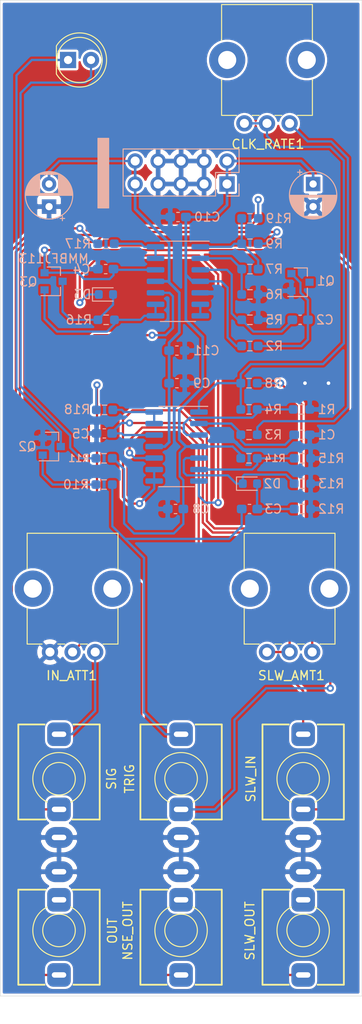
<source format=kicad_pcb>
(kicad_pcb (version 20171130) (host pcbnew "(5.1.10)-1")
  (layers (0 F.Cu signal) (31 B.Cu signal) (34 B.Paste user) (35 F.Paste user) (36 B.SilkS user) (37 F.SilkS user) (38 B.Mask user) (39 F.Mask user) (44 Edge.Cuts user))
  (net 0 "")
  (net 1 GND)
  (net 2 "Net-(C1-Pad1)")
  (net 3 "Net-(C2-Pad2)")
  (net 4 "Net-(C2-Pad1)")
  (net 5 "Net-(C3-Pad2)")
  (net 6 "Net-(C3-Pad1)")
  (net 7 "Net-(C4-Pad1)")
  (net 8 "Net-(C5-Pad1)")
  (net 9 +12V)
  (net 10 -12V)
  (net 11 "Net-(CLK_RATE1-Pad1)")
  (net 12 "Net-(D1-Pad2)")
  (net 13 "Net-(D1-Pad1)")
  (net 14 "Net-(D2-Pad1)")
  (net 15 "Net-(D3-Pad2)")
  (net 16 "Net-(D3-Pad1)")
  (net 17 "Net-(IN_ATT1-Pad2)")
  (net 18 "Net-(J1-PadTN)")
  (net 19 NOISE)
  (net 20 "Net-(J3-PadT)")
  (net 21 "Net-(J4-PadTN)")
  (net 22 "Net-(J4-PadT)")
  (net 23 "Net-(J5-PadTN)")
  (net 24 "Net-(J5-PadT)")
  (net 25 "Net-(J7-PadTN)")
  (net 26 "Net-(J7-PadT)")
  (net 27 "Net-(Q1-Pad3)")
  (net 28 "Net-(Q2-Pad1)")
  (net 29 "Net-(Q3-Pad1)")
  (net 30 "Net-(R1-Pad1)")
  (net 31 "Net-(R6-Pad1)")
  (net 32 "Net-(R19-Pad2)")
  (net 33 "Net-(R14-Pad1)")
  (net 34 "Net-(R17-Pad2)")
  (net 35 "Net-(R18-Pad2)")
  (net 36 "Net-(SLW_AMT1-Pad1)")
  (net 37 "Net-(U2-Pad6)")
  (net 38 "Net-(IN_ATT1-Pad1)")
  (net 39 "Net-(CLK_RATE1-Pad2)")
  (module Package_SO:SOIC-14_3.9x8.7mm_P1.27mm (layer B.Cu) (at 49.65 66.05 180)
    (fp_text reference U2)
    (fp_text value TL074)
    (pad 14 smd roundrect (at 2.475 3.81 180) (size 1.95 0.6) (layers B.Cu B.Paste B.Mask) (net 34 "Net-(R17-Pad2)"))
    (pad 13 smd roundrect (at 2.475 2.54 180) (size 1.95 0.6) (layers B.Cu B.Paste B.Mask) (net 34 "Net-(R17-Pad2)"))
    (pad 12 smd roundrect (at 2.475 1.27 180) (size 1.95 0.6) (layers B.Cu B.Paste B.Mask) (net 7 "Net-(C4-Pad1)"))
    (pad 11 smd roundrect (at 2.475 0 180) (size 1.95 0.6) (layers B.Cu B.Paste B.Mask) (net 10 -12V))
    (pad 10 smd roundrect (at 2.475 -1.27 180) (size 1.95 0.6) (layers B.Cu B.Paste B.Mask) (net 17 "Net-(IN_ATT1-Pad2)"))
    (pad 9 smd roundrect (at 2.475 -2.54 180) (size 1.95 0.6) (layers B.Cu B.Paste B.Mask) (net 29 "Net-(Q3-Pad1)"))
    (pad 8 smd roundrect (at 2.475 -3.81 180) (size 1.95 0.6) (layers B.Cu B.Paste B.Mask) (net 29 "Net-(Q3-Pad1)"))
    (pad 7 smd roundrect (at -2.475 -3.81 180) (size 1.95 0.6) (layers B.Cu B.Paste B.Mask) (net 37 "Net-(U2-Pad6)"))
    (pad 6 smd roundrect (at -2.475 -2.54 180) (size 1.95 0.6) (layers B.Cu B.Paste B.Mask) (net 37 "Net-(U2-Pad6)"))
    (pad 5 smd roundrect (at -2.475 -1.27 180) (size 1.95 0.6) (layers B.Cu B.Paste B.Mask) (net 1 GND))
    (pad 4 smd roundrect (at -2.475 0 180) (size 1.95 0.6) (layers B.Cu B.Paste B.Mask) (net 9 +12V))
    (pad 3 smd roundrect (at -2.475 1.27 180) (size 1.95 0.6) (layers B.Cu B.Paste B.Mask) (net 4 "Net-(C2-Pad1)"))
    (pad 2 smd roundrect (at -2.475 2.54 180) (size 1.95 0.6) (layers B.Cu B.Paste B.Mask) (net 31 "Net-(R6-Pad1)"))
    (pad 1 smd roundrect (at -2.475 3.81 180) (size 1.95 0.6) (layers B.Cu B.Paste B.Mask) (net 32 "Net-(R19-Pad2)"))
  )
  (module Package_SO:SOIC-14_3.9x8.7mm_P1.27mm (layer B.Cu) (at 49.5 84.3 180)
    (fp_text reference U1)
    (fp_text value TL074)
    (pad 14 smd roundrect (at 2.475 3.81 180) (size 1.95 0.6) (layers B.Cu B.Paste B.Mask) (net 35 "Net-(R18-Pad2)"))
    (pad 13 smd roundrect (at 2.475 2.54 180) (size 1.95 0.6) (layers B.Cu B.Paste B.Mask) (net 35 "Net-(R18-Pad2)"))
    (pad 12 smd roundrect (at 2.475 1.27 180) (size 1.95 0.6) (layers B.Cu B.Paste B.Mask) (net 8 "Net-(C5-Pad1)"))
    (pad 11 smd roundrect (at 2.475 0 180) (size 1.95 0.6) (layers B.Cu B.Paste B.Mask) (net 10 -12V))
    (pad 10 smd roundrect (at 2.475 -1.27 180) (size 1.95 0.6) (layers B.Cu B.Paste B.Mask) (net 20 "Net-(J3-PadT)"))
    (pad 9 smd roundrect (at 2.475 -2.54 180) (size 1.95 0.6) (layers B.Cu B.Paste B.Mask) (net 36 "Net-(SLW_AMT1-Pad1)"))
    (pad 8 smd roundrect (at 2.475 -3.81 180) (size 1.95 0.6) (layers B.Cu B.Paste B.Mask) (net 36 "Net-(SLW_AMT1-Pad1)"))
    (pad 7 smd roundrect (at -2.475 -3.81 180) (size 1.95 0.6) (layers B.Cu B.Paste B.Mask) (net 16 "Net-(D3-Pad1)"))
    (pad 6 smd roundrect (at -2.475 -2.54 180) (size 1.95 0.6) (layers B.Cu B.Paste B.Mask) (net 33 "Net-(R14-Pad1)"))
    (pad 5 smd roundrect (at -2.475 -1.27 180) (size 1.95 0.6) (layers B.Cu B.Paste B.Mask) (net 14 "Net-(D2-Pad1)"))
    (pad 4 smd roundrect (at -2.475 0 180) (size 1.95 0.6) (layers B.Cu B.Paste B.Mask) (net 9 +12V))
    (pad 3 smd roundrect (at -2.475 1.27 180) (size 1.95 0.6) (layers B.Cu B.Paste B.Mask) (net 30 "Net-(R1-Pad1)"))
    (pad 2 smd roundrect (at -2.475 2.54 180) (size 1.95 0.6) (layers B.Cu B.Paste B.Mask) (net 2 "Net-(C1-Pad1)"))
    (pad 1 smd roundrect (at -2.475 3.81 180) (size 1.95 0.6) (layers B.Cu B.Paste B.Mask) (net 39 "Net-(CLK_RATE1-Pad2)"))
  )
  (module Potentiometer_THT:Potentiometer_Alps_RK09K_Single_Vertical (layer F.Cu) (at 64.5 107 90)
    (fp_text reference SLW_AMT1)
    (fp_text value 100k)
    (fp_text user %R (at -2.6 -2.3) (layer F.SilkS))
    (pad "" np_thru_hole circle (at 7 1.9 90) (size 4 4) (drill 2) (layers *.Cu *.Mask))
    (pad "" np_thru_hole circle (at 7 -6.9 90) (size 4 4) (drill 2) (layers *.Cu *.Mask))
    (pad 1 thru_hole circle (at 0 0 90) (size 1.8 1.8) (drill 1) (layers *.Cu *.Mask) (net 36 "Net-(SLW_AMT1-Pad1)"))
    (pad 2 thru_hole circle (at 0 -2.5 90) (size 1.8 1.8) (drill 1) (layers *.Cu *.Mask) (net 8 "Net-(C5-Pad1)"))
    (pad 3 thru_hole circle (at 0 -5 90) (size 1.8 1.8) (drill 1) (layers *.Cu *.Mask) (net 8 "Net-(C5-Pad1)"))
  )
  (module Resistor_SMD:R_0603_1608Metric_Pad0.98x0.95mm_HandSolder (layer B.Cu) (at 57.6125 59.1 180)
    (fp_text reference R19 (at -3.1875 0) (layer B.SilkS) (effects (justify mirror)))
    (fp_text value 1k)
    (pad 2 smd roundrect (at 0.9125 0 180) (size 0.975 0.95) (layers B.Cu B.Paste B.Mask) (net 32 "Net-(R19-Pad2)"))
    (pad 1 smd roundrect (at -0.9125 0 180) (size 0.975 0.95) (layers B.Cu B.Paste B.Mask) (net 26 "Net-(J7-PadT)"))
  )
  (module Resistor_SMD:R_0603_1608Metric_Pad0.98x0.95mm_HandSolder (layer B.Cu) (at 41.5375 80.25)
    (fp_text reference R18 (at -3.0375 -0.05) (layer B.SilkS) (effects (justify mirror)))
    (fp_text value 1k)
    (pad 2 smd roundrect (at 0.9125 0) (size 0.975 0.95) (layers B.Cu B.Paste B.Mask) (net 35 "Net-(R18-Pad2)"))
    (pad 1 smd roundrect (at -0.9125 0) (size 0.975 0.95) (layers B.Cu B.Paste B.Mask) (net 24 "Net-(J5-PadT)"))
  )
  (module Resistor_SMD:R_0603_1608Metric_Pad0.98x0.95mm_HandSolder (layer B.Cu) (at 41.7 61.9)
    (fp_text reference R17 (at -3.1 0) (layer B.SilkS) (effects (justify mirror)))
    (fp_text value 1k)
    (pad 2 smd roundrect (at 0.9125 0) (size 0.975 0.95) (layers B.Cu B.Paste B.Mask) (net 34 "Net-(R17-Pad2)"))
    (pad 1 smd roundrect (at -0.9125 0) (size 0.975 0.95) (layers B.Cu B.Paste B.Mask) (net 22 "Net-(J4-PadT)"))
  )
  (module Resistor_SMD:R_0603_1608Metric_Pad0.98x0.95mm_HandSolder (layer B.Cu) (at 41.7125 70.3)
    (fp_text reference R16 (at -3.0125 0) (layer B.SilkS) (effects (justify mirror)))
    (fp_text value 1M)
    (pad 2 smd roundrect (at 0.9125 0) (size 0.975 0.95) (layers B.Cu B.Paste B.Mask) (net 29 "Net-(Q3-Pad1)"))
    (pad 1 smd roundrect (at -0.9125 0) (size 0.975 0.95) (layers B.Cu B.Paste B.Mask) (net 15 "Net-(D3-Pad2)"))
  )
  (module Resistor_SMD:R_0603_1608Metric_Pad0.98x0.95mm_HandSolder (layer B.Cu) (at 63.4125 85.6 180)
    (fp_text reference R15 (at -3.1875 0) (layer B.SilkS) (effects (justify mirror)))
    (fp_text value 33k)
    (pad 2 smd roundrect (at 0.9125 0 180) (size 0.975 0.95) (layers B.Cu B.Paste B.Mask) (net 33 "Net-(R14-Pad1)"))
    (pad 1 smd roundrect (at -0.9125 0 180) (size 0.975 0.95) (layers B.Cu B.Paste B.Mask) (net 1 GND))
  )
  (module Resistor_SMD:R_0603_1608Metric_Pad0.98x0.95mm_HandSolder (layer B.Cu) (at 57.5125 85.6 180)
    (fp_text reference R14 (at -2.8875 0) (layer B.SilkS) (effects (font (size 0.8 0.8)) (justify mirror)))
    (fp_text value 100k)
    (pad 2 smd roundrect (at 0.9125 0 180) (size 0.975 0.95) (layers B.Cu B.Paste B.Mask) (net 9 +12V))
    (pad 1 smd roundrect (at -0.9125 0 180) (size 0.975 0.95) (layers B.Cu B.Paste B.Mask) (net 33 "Net-(R14-Pad1)"))
  )
  (module Resistor_SMD:R_0603_1608Metric_Pad0.98x0.95mm_HandSolder (layer B.Cu) (at 63.4125 88.4)
    (fp_text reference R13 (at 3.1875 0) (layer B.SilkS) (effects (justify mirror)))
    (fp_text value 100k)
    (pad 2 smd roundrect (at 0.9125 0) (size 0.975 0.95) (layers B.Cu B.Paste B.Mask) (net 1 GND))
    (pad 1 smd roundrect (at -0.9125 0) (size 0.975 0.95) (layers B.Cu B.Paste B.Mask) (net 14 "Net-(D2-Pad1)"))
  )
  (module Resistor_SMD:R_0603_1608Metric_Pad0.98x0.95mm_HandSolder (layer B.Cu) (at 63.4125 91.2)
    (fp_text reference R12 (at 3.1875 0) (layer B.SilkS) (effects (justify mirror)))
    (fp_text value 100k)
    (pad 2 smd roundrect (at 0.9125 0) (size 0.975 0.95) (layers B.Cu B.Paste B.Mask) (net 1 GND))
    (pad 1 smd roundrect (at -0.9125 0) (size 0.975 0.95) (layers B.Cu B.Paste B.Mask) (net 6 "Net-(C3-Pad1)"))
  )
  (module Resistor_SMD:R_0603_1608Metric_Pad0.98x0.95mm_HandSolder (layer B.Cu) (at 41.4875 85.6 180)
    (fp_text reference R11 (at 2.7875 0) (layer B.SilkS) (effects (font (size 0.8 0.8)) (justify mirror)))
    (fp_text value 1k)
    (pad 2 smd roundrect (at 0.9125 0 180) (size 0.975 0.95) (layers B.Cu B.Paste B.Mask) (net 12 "Net-(D1-Pad2)"))
    (pad 1 smd roundrect (at -0.9125 0 180) (size 0.975 0.95) (layers B.Cu B.Paste B.Mask) (net 9 +12V))
  )
  (module Resistor_SMD:R_0603_1608Metric_Pad0.98x0.95mm_HandSolder (layer B.Cu) (at 41.4875 88.5)
    (fp_text reference R10 (at -3.0875 0) (layer B.SilkS) (effects (justify mirror)))
    (fp_text value 51k)
    (pad 2 smd roundrect (at 0.9125 0) (size 0.975 0.95) (layers B.Cu B.Paste B.Mask) (net 5 "Net-(C3-Pad2)"))
    (pad 1 smd roundrect (at -0.9125 0) (size 0.975 0.95) (layers B.Cu B.Paste B.Mask) (net 28 "Net-(Q2-Pad1)"))
  )
  (module Resistor_SMD:R_0603_1608Metric_Pad0.98x0.95mm_HandSolder (layer B.Cu) (at 57.6125 61.9 180)
    (fp_text reference R9 (at -2.6875 0) (layer B.SilkS) (effects (justify mirror)))
    (fp_text value 1k)
    (pad 2 smd roundrect (at 0.9125 0 180) (size 0.975 0.95) (layers B.Cu B.Paste B.Mask) (net 32 "Net-(R19-Pad2)"))
    (pad 1 smd roundrect (at -0.9125 0 180) (size 0.975 0.95) (layers B.Cu B.Paste B.Mask) (net 19 NOISE))
  )
  (module Resistor_SMD:R_0603_1608Metric_Pad0.98x0.95mm_HandSolder (layer B.Cu) (at 57.5125 77.3 180)
    (fp_text reference R8 (at -2.6875 0) (layer B.SilkS) (effects (justify mirror)))
    (fp_text value 100k)
    (pad 2 smd roundrect (at 0.9125 0 180) (size 0.975 0.95) (layers B.Cu B.Paste B.Mask) (net 39 "Net-(CLK_RATE1-Pad2)"))
    (pad 1 smd roundrect (at -0.9125 0 180) (size 0.975 0.95) (layers B.Cu B.Paste B.Mask) (net 18 "Net-(J1-PadTN)"))
  )
  (module Resistor_SMD:R_0603_1608Metric_Pad0.98x0.95mm_HandSolder (layer B.Cu) (at 57.6125 64.7)
    (fp_text reference R7 (at 2.6875 0) (layer B.SilkS) (effects (justify mirror)))
    (fp_text value 100k)
    (pad 2 smd roundrect (at 0.9125 0) (size 0.975 0.95) (layers B.Cu B.Paste B.Mask) (net 32 "Net-(R19-Pad2)"))
    (pad 1 smd roundrect (at -0.9125 0) (size 0.975 0.95) (layers B.Cu B.Paste B.Mask) (net 31 "Net-(R6-Pad1)"))
  )
  (module Resistor_SMD:R_0603_1608Metric_Pad0.98x0.95mm_HandSolder (layer B.Cu) (at 57.6125 67.5)
    (fp_text reference R6 (at 2.6875 0) (layer B.SilkS) (effects (justify mirror)))
    (fp_text value 470R)
    (pad 2 smd roundrect (at 0.9125 0) (size 0.975 0.95) (layers B.Cu B.Paste B.Mask) (net 1 GND))
    (pad 1 smd roundrect (at -0.9125 0) (size 0.975 0.95) (layers B.Cu B.Paste B.Mask) (net 31 "Net-(R6-Pad1)"))
  )
  (module Resistor_SMD:R_0603_1608Metric_Pad0.98x0.95mm_HandSolder (layer B.Cu) (at 57.6125 70.3)
    (fp_text reference R5 (at 2.6875 0) (layer B.SilkS) (effects (justify mirror)))
    (fp_text value 100k)
    (pad 2 smd roundrect (at 0.9125 0) (size 0.975 0.95) (layers B.Cu B.Paste B.Mask) (net 1 GND))
    (pad 1 smd roundrect (at -0.9125 0) (size 0.975 0.95) (layers B.Cu B.Paste B.Mask) (net 4 "Net-(C2-Pad1)"))
  )
  (module Resistor_SMD:R_0603_1608Metric_Pad0.98x0.95mm_HandSolder (layer B.Cu) (at 57.5125 80.2)
    (fp_text reference R4 (at 2.6875 0) (layer B.SilkS) (effects (justify mirror)))
    (fp_text value 100k)
    (pad 2 smd roundrect (at 0.9125 0) (size 0.975 0.95) (layers B.Cu B.Paste B.Mask) (net 30 "Net-(R1-Pad1)"))
    (pad 1 smd roundrect (at -0.9125 0) (size 0.975 0.95) (layers B.Cu B.Paste B.Mask) (net 39 "Net-(CLK_RATE1-Pad2)"))
  )
  (module Resistor_SMD:R_0603_1608Metric_Pad0.98x0.95mm_HandSolder (layer B.Cu) (at 57.5125 83 180)
    (fp_text reference R3 (at -2.6875 0) (layer B.SilkS) (effects (justify mirror)))
    (fp_text value 2k)
    (pad 2 smd roundrect (at 0.9125 0 180) (size 0.975 0.95) (layers B.Cu B.Paste B.Mask) (net 2 "Net-(C1-Pad1)"))
    (pad 1 smd roundrect (at -0.9125 0 180) (size 0.975 0.95) (layers B.Cu B.Paste B.Mask) (net 11 "Net-(CLK_RATE1-Pad1)"))
  )
  (module Resistor_SMD:R_0603_1608Metric_Pad0.98x0.95mm_HandSolder (layer B.Cu) (at 57.6 73.2)
    (fp_text reference R2 (at 2.7 0) (layer B.SilkS) (effects (justify mirror)))
    (fp_text value 220k)
    (pad 2 smd roundrect (at 0.9125 0) (size 0.975 0.95) (layers B.Cu B.Paste B.Mask) (net 3 "Net-(C2-Pad2)"))
    (pad 1 smd roundrect (at -0.9125 0) (size 0.975 0.95) (layers B.Cu B.Paste B.Mask) (net 9 +12V))
  )
  (module Resistor_SMD:R_0603_1608Metric_Pad0.98x0.95mm_HandSolder (layer B.Cu) (at 63.3125 80.2)
    (fp_text reference R1 (at 2.7875 0) (layer B.SilkS) (effects (justify mirror)))
    (fp_text value 100k)
    (pad 2 smd roundrect (at 0.9125 0) (size 0.975 0.95) (layers B.Cu B.Paste B.Mask) (net 1 GND))
    (pad 1 smd roundrect (at -0.9125 0) (size 0.975 0.95) (layers B.Cu B.Paste B.Mask) (net 30 "Net-(R1-Pad1)"))
  )
  (module Package_TO_SOT_SMD:SOT-23 (layer B.Cu) (at 35.9 66.05)
    (fp_text reference Q3 (at -2.8 0.05) (layer B.SilkS) (effects (justify mirror)))
    (fp_text value MMBFJ113 (at 0 -2.5) (layer B.SilkS) (effects (justify mirror)))
    (pad 3 smd rect (at 1 0) (size 0.9 0.8) (layers B.Cu B.Paste B.Mask) (net 15 "Net-(D3-Pad2)"))
    (pad 2 smd rect (at -1 -0.95) (size 0.9 0.8) (layers B.Cu B.Paste B.Mask) (net 7 "Net-(C4-Pad1)"))
    (pad 1 smd rect (at -1 0.95) (size 0.9 0.8) (layers B.Cu B.Paste B.Mask) (net 29 "Net-(Q3-Pad1)"))
  )
  (module Package_TO_SOT_SMD:SOT-23 (layer B.Cu) (at 35.7 84.3)
    (fp_text reference Q2 (at -2.7 0) (layer B.SilkS) (effects (justify mirror)))
    (fp_text value BC848)
    (pad 3 smd rect (at 1 0) (size 0.9 0.8) (layers B.Cu B.Paste B.Mask) (net 13 "Net-(D1-Pad1)"))
    (pad 2 smd rect (at -1 -0.95) (size 0.9 0.8) (layers B.Cu B.Paste B.Mask) (net 1 GND))
    (pad 1 smd rect (at -1 0.95) (size 0.9 0.8) (layers B.Cu B.Paste B.Mask) (net 28 "Net-(Q2-Pad1)"))
  )
  (module Package_TO_SOT_SMD:SOT-23 (layer B.Cu) (at 63.2 66.15)
    (fp_text reference Q1 (at 2.8 -0.15) (layer B.SilkS) (effects (justify mirror)))
    (fp_text value BC847B)
    (pad 3 smd rect (at 1 0) (size 0.9 0.8) (layers B.Cu B.Paste B.Mask) (net 27 "Net-(Q1-Pad3)"))
    (pad 2 smd rect (at -1 -0.95) (size 0.9 0.8) (layers B.Cu B.Paste B.Mask) (net 3 "Net-(C2-Pad2)"))
    (pad 1 smd rect (at -1 0.95) (size 0.9 0.8) (layers B.Cu B.Paste B.Mask) (net 1 GND))
  )
  (module "Thonk Jacks:Jack_3.5mm_QingPu_WQP-PJ398SM_Vertical" (layer F.Cu) (at 50 137.75 180)
    (fp_text reference J7)
    (fp_text value NSE_OUT (at 5.9 -0.05 90) (layer F.SilkS))
    (pad TN thru_hole roundrect (at 0 3.38 180) (size 2.6 2.6) (drill oval 1.6 0.6) (layers *.Cu *.Mask) (net 25 "Net-(J7-PadTN)"))
    (pad S thru_hole oval (at 0 6.48 180) (size 3.1 2.3) (drill oval 1.6 0.6) (layers *.Cu *.Mask) (net 1 GND))
    (pad T thru_hole roundrect (at 0 -4.92 180) (size 2.6 2.6) (drill oval 1.6 0.6) (layers *.Cu *.Mask) (net 26 "Net-(J7-PadT)"))
  )
  (module Connector_PinHeader_2.54mm:PinHeader_2x05_P2.54mm_Vertical (layer B.Cu) (at 55.08 55.3 90)
    (fp_text reference J6)
    (fp_text value Conn_02x05_Odd_Even)
    (pad 10 thru_hole oval (at 2.54 -10.16 90) (size 1.7 1.7) (drill 1) (layers *.Cu *.Mask) (net 10 -12V))
    (pad 9 thru_hole oval (at 0 -10.16 90) (size 1.7 1.7) (drill 1) (layers *.Cu *.Mask) (net 10 -12V))
    (pad 8 thru_hole oval (at 2.54 -7.62 90) (size 1.7 1.7) (drill 1) (layers *.Cu *.Mask) (net 1 GND))
    (pad 7 thru_hole oval (at 0 -7.62 90) (size 1.7 1.7) (drill 1) (layers *.Cu *.Mask) (net 1 GND))
    (pad 6 thru_hole oval (at 2.54 -5.08 90) (size 1.7 1.7) (drill 1) (layers *.Cu *.Mask) (net 1 GND))
    (pad 5 thru_hole oval (at 0 -5.08 90) (size 1.7 1.7) (drill 1) (layers *.Cu *.Mask) (net 1 GND))
    (pad 4 thru_hole oval (at 2.54 -2.54 90) (size 1.7 1.7) (drill 1) (layers *.Cu *.Mask) (net 1 GND))
    (pad 3 thru_hole oval (at 0 -2.54 90) (size 1.7 1.7) (drill 1) (layers *.Cu *.Mask) (net 1 GND))
    (pad 2 thru_hole oval (at 2.54 0 90) (size 1.7 1.7) (drill 1) (layers *.Cu *.Mask) (net 9 +12V))
    (pad 1 thru_hole rect (at 0 0 90) (size 1.7 1.7) (drill 1) (layers *.Cu *.Mask) (net 9 +12V))
  )
  (module "Thonk Jacks:Jack_3.5mm_QingPu_WQP-PJ398SM_Vertical" (layer F.Cu) (at 63.5 137.75 180)
    (fp_text reference J5)
    (fp_text value SLW_OUT (at 5.9 -0.05 90) (layer F.SilkS))
    (pad TN thru_hole roundrect (at 0 3.38 180) (size 2.6 2.6) (drill oval 1.6 0.6) (layers *.Cu *.Mask) (net 23 "Net-(J5-PadTN)"))
    (pad S thru_hole oval (at 0 6.48 180) (size 3.1 2.3) (drill oval 1.6 0.6) (layers *.Cu *.Mask) (net 1 GND))
    (pad T thru_hole roundrect (at 0 -4.92 180) (size 2.6 2.6) (drill oval 1.6 0.6) (layers *.Cu *.Mask) (net 24 "Net-(J5-PadT)"))
  )
  (module "Thonk Jacks:Jack_3.5mm_QingPu_WQP-PJ398SM_Vertical" (layer F.Cu) (at 36.5 137.75 180)
    (fp_text reference J4)
    (fp_text value OUT (at -5.9 -0.05 270) (layer F.SilkS))
    (pad TN thru_hole roundrect (at 0 3.38 180) (size 2.6 2.6) (drill oval 1.6 0.6) (layers *.Cu *.Mask) (net 21 "Net-(J4-PadTN)"))
    (pad S thru_hole oval (at 0 6.48 180) (size 3.1 2.3) (drill oval 1.6 0.6) (layers *.Cu *.Mask) (net 1 GND))
    (pad T thru_hole roundrect (at 0 -4.92 180) (size 2.6 2.6) (drill oval 1.6 0.6) (layers *.Cu *.Mask) (net 22 "Net-(J4-PadT)"))
  )
  (module "Thonk Jacks:Jack_3.5mm_QingPu_WQP-PJ398SM_Vertical" (layer F.Cu) (at 63.5 121)
    (fp_text reference J3)
    (fp_text value SLW_IN (at -5.8 0 90) (layer F.SilkS))
    (pad TN thru_hole roundrect (at 0 3.38) (size 2.6 2.6) (drill oval 1.6 0.6) (layers *.Cu *.Mask) (net 7 "Net-(C4-Pad1)"))
    (pad S thru_hole oval (at 0 6.48) (size 3.1 2.3) (drill oval 1.6 0.6) (layers *.Cu *.Mask) (net 1 GND))
    (pad T thru_hole roundrect (at 0 -4.92) (size 2.6 2.6) (drill oval 1.6 0.6) (layers *.Cu *.Mask) (net 20 "Net-(J3-PadT)"))
  )
  (module "Thonk Jacks:Jack_3.5mm_QingPu_WQP-PJ398SM_Vertical" (layer F.Cu) (at 36.5 121)
    (fp_text reference J2)
    (fp_text value SIG (at 5.8 0 90) (layer F.SilkS))
    (pad TN thru_hole roundrect (at 0 3.38) (size 2.6 2.6) (drill oval 1.6 0.6) (layers *.Cu *.Mask) (net 19 NOISE))
    (pad S thru_hole oval (at 0 6.48) (size 3.1 2.3) (drill oval 1.6 0.6) (layers *.Cu *.Mask) (net 1 GND))
    (pad T thru_hole roundrect (at 0 -4.92) (size 2.6 2.6) (drill oval 1.6 0.6) (layers *.Cu *.Mask) (net 38 "Net-(IN_ATT1-Pad1)"))
  )
  (module "Thonk Jacks:Jack_3.5mm_QingPu_WQP-PJ398SM_Vertical" (layer F.Cu) (at 50 121)
    (fp_text reference J1)
    (fp_text value TRIG (at -5.7 0 90) (layer F.SilkS))
    (pad TN thru_hole roundrect (at 0 3.38) (size 2.6 2.6) (drill oval 1.6 0.6) (layers *.Cu *.Mask) (net 18 "Net-(J1-PadTN)"))
    (pad S thru_hole oval (at 0 6.48) (size 3.1 2.3) (drill oval 1.6 0.6) (layers *.Cu *.Mask) (net 1 GND))
    (pad T thru_hole roundrect (at 0 -4.92) (size 2.6 2.6) (drill oval 1.6 0.6) (layers *.Cu *.Mask) (net 5 "Net-(C3-Pad2)"))
  )
  (module Potentiometer_THT:Potentiometer_Alps_RK09K_Single_Vertical (layer F.Cu) (at 40.5 107 90)
    (fp_text reference IN_ATT1)
    (fp_text value 100k)
    (fp_text user %R (at -2.6 -2.6) (layer F.SilkS))
    (pad "" np_thru_hole circle (at 7 1.9 90) (size 4 4) (drill 2) (layers *.Cu *.Mask))
    (pad "" np_thru_hole circle (at 7 -6.9 90) (size 4 4) (drill 2) (layers *.Cu *.Mask))
    (pad 1 thru_hole circle (at 0 0 90) (size 1.8 1.8) (drill 1) (layers *.Cu *.Mask) (net 38 "Net-(IN_ATT1-Pad1)"))
    (pad 2 thru_hole circle (at 0 -2.5 90) (size 1.8 1.8) (drill 1) (layers *.Cu *.Mask) (net 17 "Net-(IN_ATT1-Pad2)"))
    (pad 3 thru_hole circle (at 0 -5 90) (size 1.8 1.8) (drill 1) (layers *.Cu *.Mask) (net 1 GND))
  )
  (module Diode_SMD:D_0603_1608Metric (layer B.Cu) (at 41.6875 67.5)
    (fp_text reference D3 (at -2.5875 0) (layer B.SilkS) (effects (justify mirror)))
    (fp_text value D)
    (pad 2 smd roundrect (at 0.7875 0) (size 0.875 0.95) (layers B.Cu B.Paste B.Mask) (net 15 "Net-(D3-Pad2)"))
    (pad 1 smd roundrect (at -0.7875 0) (size 0.875 0.95) (layers B.Cu B.Paste B.Mask) (net 16 "Net-(D3-Pad1)"))
  )
  (module Diode_SMD:D_0603_1608Metric (layer B.Cu) (at 57.6125 88.4)
    (fp_text reference D2 (at 2.4875 0) (layer B.SilkS) (effects (justify mirror)))
    (fp_text value D)
    (pad 2 smd roundrect (at 0.7875 0) (size 0.875 0.95) (layers B.Cu B.Paste B.Mask) (net 6 "Net-(C3-Pad1)"))
    (pad 1 smd roundrect (at -0.7875 0) (size 0.875 0.95) (layers B.Cu B.Paste B.Mask) (net 14 "Net-(D2-Pad1)"))
  )
  (module LED_THT:LED_D5.0mm (layer F.Cu) (at 37.5 41.6)
    (fp_text reference D1)
    (fp_text value LED)
    (pad 2 thru_hole circle (at 2.54 0) (size 1.8 1.8) (drill 0.9) (layers *.Cu *.Mask) (net 12 "Net-(D1-Pad2)"))
    (pad 1 thru_hole rect (at 0 0) (size 1.8 1.8) (drill 0.9) (layers *.Cu *.Mask) (net 13 "Net-(D1-Pad1)"))
  )
  (module Potentiometer_THT:Potentiometer_Alps_RK09K_Single_Vertical (layer F.Cu) (at 62 48.6 90)
    (fp_text reference CLK_RATE1)
    (fp_text value 250k)
    (fp_text user %R (at -2.3 -2.4) (layer F.SilkS))
    (pad "" np_thru_hole circle (at 7 1.9 90) (size 4 4) (drill 2) (layers *.Cu *.Mask))
    (pad "" np_thru_hole circle (at 7 -6.9 90) (size 4 4) (drill 2) (layers *.Cu *.Mask))
    (pad 1 thru_hole circle (at 0 0 90) (size 1.8 1.8) (drill 1) (layers *.Cu *.Mask) (net 11 "Net-(CLK_RATE1-Pad1)"))
    (pad 2 thru_hole circle (at 0 -2.5 90) (size 1.8 1.8) (drill 1) (layers *.Cu *.Mask) (net 39 "Net-(CLK_RATE1-Pad2)"))
    (pad 3 thru_hole circle (at 0 -5 90) (size 1.8 1.8) (drill 1) (layers *.Cu *.Mask) (net 39 "Net-(CLK_RATE1-Pad2)"))
  )
  (module Capacitor_SMD:C_0603_1608Metric_Pad1.08x0.95mm_HandSolder (layer B.Cu) (at 49.5375 73.7 180)
    (fp_text reference C11 (at -3.2625 0) (layer B.SilkS) (effects (justify mirror)))
    (fp_text value 100nF)
    (pad 2 smd roundrect (at 0.8625 0 180) (size 1.075 0.95) (layers B.Cu B.Paste B.Mask) (net 10 -12V))
    (pad 1 smd roundrect (at -0.8625 0 180) (size 1.075 0.95) (layers B.Cu B.Paste B.Mask) (net 1 GND))
  )
  (module Capacitor_SMD:C_0603_1608Metric_Pad1.08x0.95mm_HandSolder (layer B.Cu) (at 49.6625 58.95 180)
    (fp_text reference C10 (at -3.2375 0) (layer B.SilkS) (effects (justify mirror)))
    (fp_text value 100nF)
    (pad 2 smd roundrect (at 0.8625 0 180) (size 1.075 0.95) (layers B.Cu B.Paste B.Mask) (net 1 GND))
    (pad 1 smd roundrect (at -0.8625 0 180) (size 1.075 0.95) (layers B.Cu B.Paste B.Mask) (net 9 +12V))
  )
  (module Capacitor_SMD:C_0603_1608Metric_Pad1.08x0.95mm_HandSolder (layer B.Cu) (at 49.5375 77.3 180)
    (fp_text reference C9 (at -2.7625 0) (layer B.SilkS) (effects (justify mirror)))
    (fp_text value 100nF)
    (pad 2 smd roundrect (at 0.8625 0 180) (size 1.075 0.95) (layers B.Cu B.Paste B.Mask) (net 10 -12V))
    (pad 1 smd roundrect (at -0.8625 0 180) (size 1.075 0.95) (layers B.Cu B.Paste B.Mask) (net 1 GND))
  )
  (module Capacitor_SMD:C_0603_1608Metric_Pad1.08x0.95mm_HandSolder (layer B.Cu) (at 49.3875 91.2 180)
    (fp_text reference C8 (at -2.8125 0) (layer B.SilkS) (effects (justify mirror)))
    (fp_text value 100nF)
    (pad 2 smd roundrect (at 0.8625 0 180) (size 1.075 0.95) (layers B.Cu B.Paste B.Mask) (net 1 GND))
    (pad 1 smd roundrect (at -0.8625 0 180) (size 1.075 0.95) (layers B.Cu B.Paste B.Mask) (net 9 +12V))
  )
  (module Capacitor_THT:CP_Radial_D5.0mm_P2.50mm (layer B.Cu) (at 35.4 57.8 90)
    (fp_text reference C7)
    (fp_text value CP)
    (pad 2 thru_hole circle (at 2.5 0 90) (size 1.6 1.6) (drill 0.8) (layers *.Cu *.Mask) (net 10 -12V))
    (pad 1 thru_hole rect (at 0 0 90) (size 1.6 1.6) (drill 0.8) (layers *.Cu *.Mask) (net 1 GND))
  )
  (module Capacitor_THT:CP_Radial_D5.0mm_P2.50mm (layer B.Cu) (at 64.6 55.3 270)
    (fp_text reference C6)
    (fp_text value CP)
    (pad 2 thru_hole circle (at 2.5 0 270) (size 1.6 1.6) (drill 0.8) (layers *.Cu *.Mask) (net 1 GND))
    (pad 1 thru_hole rect (at 0 0 270) (size 1.6 1.6) (drill 0.8) (layers *.Cu *.Mask) (net 9 +12V))
  )
  (module Capacitor_SMD:C_0603_1608Metric_Pad1.08x0.95mm_HandSolder (layer B.Cu) (at 41.5125 82.85 180)
    (fp_text reference C5 (at 2.6125 -0.05) (layer B.SilkS) (effects (justify mirror)))
    (fp_text value 470nF)
    (pad 2 smd roundrect (at 0.8625 0 180) (size 1.075 0.95) (layers B.Cu B.Paste B.Mask) (net 1 GND))
    (pad 1 smd roundrect (at -0.8625 0 180) (size 1.075 0.95) (layers B.Cu B.Paste B.Mask) (net 8 "Net-(C5-Pad1)"))
  )
  (module Capacitor_SMD:C_0603_1608Metric_Pad1.08x0.95mm_HandSolder (layer B.Cu) (at 41.6625 64.7 180)
    (fp_text reference C4 (at 2.6625 0) (layer B.SilkS) (effects (justify mirror)))
    (fp_text value 100nF)
    (pad 2 smd roundrect (at 0.8625 0 180) (size 1.075 0.95) (layers B.Cu B.Paste B.Mask) (net 1 GND))
    (pad 1 smd roundrect (at -0.8625 0 180) (size 1.075 0.95) (layers B.Cu B.Paste B.Mask) (net 7 "Net-(C4-Pad1)"))
  )
  (module Capacitor_SMD:C_0603_1608Metric_Pad1.08x0.95mm_HandSolder (layer B.Cu) (at 57.5625 91.2 180)
    (fp_text reference C3 (at -2.6375 0) (layer B.SilkS) (effects (justify mirror)))
    (fp_text value 1nF)
    (pad 2 smd roundrect (at 0.8625 0 180) (size 1.075 0.95) (layers B.Cu B.Paste B.Mask) (net 5 "Net-(C3-Pad2)"))
    (pad 1 smd roundrect (at -0.8625 0 180) (size 1.075 0.95) (layers B.Cu B.Paste B.Mask) (net 6 "Net-(C3-Pad1)"))
  )
  (module Capacitor_SMD:C_0603_1608Metric_Pad1.08x0.95mm_HandSolder (layer B.Cu) (at 63.1625 70.3)
    (fp_text reference C2 (at 2.7375 0) (layer B.SilkS) (effects (justify mirror)))
    (fp_text value 1uF)
    (pad 2 smd roundrect (at 0.8625 0) (size 1.075 0.95) (layers B.Cu B.Paste B.Mask) (net 3 "Net-(C2-Pad2)"))
    (pad 1 smd roundrect (at -0.8625 0) (size 1.075 0.95) (layers B.Cu B.Paste B.Mask) (net 4 "Net-(C2-Pad1)"))
  )
  (module Capacitor_SMD:C_0603_1608Metric_Pad1.08x0.95mm_HandSolder (layer B.Cu) (at 63.3625 83)
    (fp_text reference C1 (at 2.7375 0) (layer B.SilkS) (effects (justify mirror)))
    (fp_text value 1uF)
    (pad 2 smd roundrect (at 0.8625 0) (size 1.075 0.95) (layers B.Cu B.Paste B.Mask) (net 1 GND))
    (pad 1 smd roundrect (at -0.8625 0) (size 1.075 0.95) (layers B.Cu B.Paste B.Mask) (net 2 "Net-(C1-Pad1)"))
  )
  (gr_poly (pts (xy 42 57.95) (xy 40.8 57.95) (xy 40.8 50.25) (xy 42 50.25)) (layer B.SilkS) (width 0.1))
  (gr_line (start 30 145) (end 30 35) (layer Edge.Cuts) (width 0.05))
  (gr_line (start 70 145) (end 30 145) (layer Edge.Cuts) (width 0.05))
  (gr_line (start 70 35) (end 70 145) (layer Edge.Cuts) (width 0.05))
  (gr_line (start 30 35) (end 70 35) (layer Edge.Cuts) (width 0.05))
  (via (at 63.7 77.3) (size 0.8) (drill 0.4) (layers F.Cu B.Cu) (net 1))
  (via (at 66.3 77.3) (size 0.8) (drill 0.4) (layers F.Cu B.Cu) (net 1))
  (segment (start 56.6 83) (end 56.6 82.8) (width 0.25) (layer B.Cu) (net 2))
  (segment (start 55.56 81.76) (end 51.975 81.76) (width 0.25) (layer B.Cu) (net 2))
  (segment (start 56.6 82.8) (end 55.56 81.76) (width 0.25) (layer B.Cu) (net 2))
  (segment (start 56.6 83.6) (end 56.6 83) (width 0.25) (layer B.Cu) (net 2))
  (segment (start 57.1 84.1) (end 56.6 83.6) (width 0.25) (layer B.Cu) (net 2))
  (segment (start 61.5 84.1) (end 57.1 84.1) (width 0.25) (layer B.Cu) (net 2))
  (segment (start 62.5 83.1) (end 61.5 84.1) (width 0.25) (layer B.Cu) (net 2))
  (segment (start 62.5 83) (end 62.5 83.1) (width 0.25) (layer B.Cu) (net 2))
  (segment (start 58.5125 73.2) (end 63.3 73.2) (width 0.25) (layer B.Cu) (net 3))
  (segment (start 64.025 72.475) (end 64.025 70.3) (width 0.25) (layer B.Cu) (net 3))
  (segment (start 63.3 73.2) (end 64.025 72.475) (width 0.25) (layer B.Cu) (net 3))
  (segment (start 64.025 70.3) (end 64.025 68.125) (width 0.25) (layer B.Cu) (net 3))
  (segment (start 64.025 68.125) (end 63.2 67.3) (width 0.25) (layer B.Cu) (net 3))
  (segment (start 63.2 66.2) (end 62.2 65.2) (width 0.25) (layer B.Cu) (net 3))
  (segment (start 63.2 67.3) (end 63.2 66.2) (width 0.25) (layer B.Cu) (net 3))
  (segment (start 56.7 70.3) (end 56.3 70.3) (width 0.25) (layer B.Cu) (net 4))
  (segment (start 56.3 70.3) (end 55.6 69.6) (width 0.25) (layer B.Cu) (net 4))
  (segment (start 55.6 69.6) (end 55.6 65.3) (width 0.25) (layer B.Cu) (net 4))
  (segment (start 55.08 64.78) (end 52.125 64.78) (width 0.25) (layer B.Cu) (net 4))
  (segment (start 55.6 65.3) (end 55.08 64.78) (width 0.25) (layer B.Cu) (net 4))
  (segment (start 62.3 70.3) (end 62.3 70.4) (width 0.25) (layer B.Cu) (net 4))
  (segment (start 62.3 70.4) (end 61.1 71.6) (width 0.25) (layer B.Cu) (net 4))
  (segment (start 58 71.6) (end 56.7 70.3) (width 0.25) (layer B.Cu) (net 4))
  (segment (start 61.1 71.6) (end 58 71.6) (width 0.25) (layer B.Cu) (net 4))
  (segment (start 42.4 93.1) (end 42.4 88.5) (width 0.25) (layer B.Cu) (net 5))
  (segment (start 55.3 94.5) (end 43.8 94.5) (width 0.25) (layer B.Cu) (net 5))
  (segment (start 56.7 93.1) (end 55.3 94.5) (width 0.25) (layer B.Cu) (net 5))
  (segment (start 56.7 91.2) (end 56.7 93.1) (width 0.25) (layer B.Cu) (net 5))
  (segment (start 50 116.08) (end 48.28 116.08) (width 0.25) (layer B.Cu) (net 5))
  (segment (start 48.28 116.08) (end 45.9 113.7) (width 0.25) (layer B.Cu) (net 5))
  (segment (start 45.9 96.6) (end 43.65 94.35) (width 0.25) (layer B.Cu) (net 5))
  (segment (start 45.9 113.7) (end 45.9 96.6) (width 0.25) (layer B.Cu) (net 5))
  (segment (start 43.65 94.35) (end 42.4 93.1) (width 0.25) (layer B.Cu) (net 5))
  (segment (start 43.8 94.5) (end 43.65 94.35) (width 0.25) (layer B.Cu) (net 5))
  (segment (start 58.4 91.175) (end 58.425 91.2) (width 0.25) (layer B.Cu) (net 6))
  (segment (start 58.4 88.4) (end 58.4 91.175) (width 0.25) (layer B.Cu) (net 6))
  (segment (start 62.5 91.2) (end 58.425 91.2) (width 0.25) (layer B.Cu) (net 6))
  (segment (start 42.605 64.78) (end 42.525 64.7) (width 0.25) (layer B.Cu) (net 7))
  (segment (start 47.175 64.78) (end 42.605 64.78) (width 0.25) (layer B.Cu) (net 7))
  (segment (start 42.525 64.7) (end 42.525 65.375) (width 0.25) (layer B.Cu) (net 7))
  (segment (start 42.525 65.375) (end 42.1 65.8) (width 0.25) (layer B.Cu) (net 7))
  (segment (start 42.1 65.8) (end 39.3 65.8) (width 0.25) (layer B.Cu) (net 7))
  (segment (start 38.6 65.1) (end 34.9 65.1) (width 0.25) (layer B.Cu) (net 7))
  (segment (start 39.3 65.8) (end 38.6 65.1) (width 0.25) (layer B.Cu) (net 7))
  (segment (start 34.9 65.1) (end 34.9 62.6) (width 0.25) (layer B.Cu) (net 7))
  (segment (start 34.9 62.6) (end 34.9 62.6) (width 0.25) (layer B.Cu) (net 7))
  (via (at 34.9 62.6) (size 0.8) (drill 0.4) (layers F.Cu B.Cu) (net 7))
  (segment (start 67.02 124.38) (end 63.5 124.38) (width 0.25) (layer F.Cu) (net 7))
  (segment (start 69 122.4) (end 67.02 124.38) (width 0.25) (layer F.Cu) (net 7))
  (segment (start 37.2 62.6) (end 66.8 62.6) (width 0.25) (layer F.Cu) (net 7))
  (segment (start 34.9 62.6) (end 37.2 62.6) (width 0.25) (layer F.Cu) (net 7))
  (segment (start 37.2 62.6) (end 37.4 62.6) (width 0.25) (layer F.Cu) (net 7))
  (segment (start 69 64.8) (end 69 93.1) (width 0.25) (layer F.Cu) (net 7))
  (segment (start 66.8 62.6) (end 69 64.8) (width 0.25) (layer F.Cu) (net 7))
  (segment (start 69 93.1) (end 69 122.4) (width 0.25) (layer F.Cu) (net 7))
  (segment (start 69 92.9) (end 69 93.1) (width 0.25) (layer F.Cu) (net 7))
  (segment (start 42.375 82.85) (end 43.45 82.85) (width 0.25) (layer B.Cu) (net 8))
  (segment (start 43.63 83.03) (end 47.025 83.03) (width 0.25) (layer B.Cu) (net 8))
  (segment (start 43.45 82.85) (end 43.63 83.03) (width 0.25) (layer B.Cu) (net 8))
  (segment (start 59.5 107) (end 62 107) (width 0.25) (layer F.Cu) (net 8))
  (segment (start 42.375 82.85) (end 42.375 82.725) (width 0.25) (layer B.Cu) (net 8))
  (segment (start 42.375 82.725) (end 43.4 81.7) (width 0.25) (layer B.Cu) (net 8))
  (segment (start 43.4 81.7) (end 44.3 81.7) (width 0.25) (layer B.Cu) (net 8))
  (segment (start 44.3 81.7) (end 44.3 81.7) (width 0.25) (layer B.Cu) (net 8))
  (via (at 44.3 81.7) (size 0.8) (drill 0.4) (layers F.Cu B.Cu) (net 8))
  (segment (start 62 96.4) (end 62 107) (width 0.25) (layer F.Cu) (net 8))
  (segment (start 59.4 93.8) (end 62 96.4) (width 0.25) (layer F.Cu) (net 8))
  (segment (start 44.3 81.7) (end 50.4 81.7) (width 0.25) (layer F.Cu) (net 8))
  (segment (start 50.4 81.7) (end 52.4 83.7) (width 0.25) (layer F.Cu) (net 8))
  (segment (start 52.4 92.7) (end 53.5 93.8) (width 0.25) (layer F.Cu) (net 8))
  (segment (start 52.4 83.7) (end 52.4 92.7) (width 0.25) (layer F.Cu) (net 8))
  (segment (start 53.5 93.8) (end 59.4 93.8) (width 0.25) (layer F.Cu) (net 8))
  (segment (start 56.6875 73.2) (end 56.1 73.2) (width 0.25) (layer B.Cu) (net 9))
  (segment (start 56.1 73.2) (end 55.14999 72.24999) (width 0.25) (layer B.Cu) (net 9))
  (segment (start 55.14999 72.24999) (end 55.14999 66.74999) (width 0.25) (layer B.Cu) (net 9))
  (segment (start 54.45 66.05) (end 52.125 66.05) (width 0.25) (layer B.Cu) (net 9))
  (segment (start 55.14999 66.74999) (end 54.45 66.05) (width 0.25) (layer B.Cu) (net 9))
  (segment (start 56.6 85.6) (end 56.6 85.2) (width 0.25) (layer B.Cu) (net 9))
  (segment (start 55.7 84.3) (end 51.975 84.3) (width 0.25) (layer B.Cu) (net 9))
  (segment (start 56.6 85.2) (end 55.7 84.3) (width 0.25) (layer B.Cu) (net 9))
  (segment (start 42.4 85.6) (end 42.4 85.5) (width 0.25) (layer B.Cu) (net 9))
  (segment (start 49.84999 87.59999) (end 49.84999 85.00001) (width 0.25) (layer B.Cu) (net 9))
  (segment (start 50.25 88) (end 49.84999 87.59999) (width 0.25) (layer B.Cu) (net 9))
  (segment (start 49.84999 85.00001) (end 50.55 84.3) (width 0.25) (layer B.Cu) (net 9))
  (segment (start 42.4 85.6) (end 42.5 85.6) (width 0.25) (layer B.Cu) (net 9))
  (segment (start 42.5 85.6) (end 43.7 86.8) (width 0.25) (layer B.Cu) (net 9))
  (segment (start 43.7 86.8) (end 43.7 88.5) (width 0.25) (layer B.Cu) (net 9))
  (segment (start 50.25 89.85) (end 50.25 88) (width 0.25) (layer B.Cu) (net 9))
  (segment (start 50.25 91.2) (end 50.25 89.85) (width 0.25) (layer B.Cu) (net 9))
  (segment (start 52.125 66.05) (end 51.25 66.05) (width 0.3) (layer B.Cu) (net 9))
  (segment (start 51.25 66.05) (end 50.525 65.325) (width 0.3) (layer B.Cu) (net 9))
  (segment (start 51.975 84.3) (end 50.55 84.3) (width 0.3) (layer B.Cu) (net 9))
  (segment (start 52.4 72.2) (end 50.525 70.325) (width 0.3) (layer B.Cu) (net 9))
  (segment (start 52.4 77.7) (end 52.4 72.2) (width 0.3) (layer B.Cu) (net 9))
  (segment (start 49.8 80.3) (end 52.4 77.7) (width 0.3) (layer B.Cu) (net 9))
  (segment (start 49.8 83.55) (end 49.8 80.3) (width 0.3) (layer B.Cu) (net 9))
  (segment (start 50.525 70.325) (end 50.525 65.325) (width 0.3) (layer B.Cu) (net 9))
  (segment (start 50.55 84.3) (end 49.8 83.55) (width 0.3) (layer B.Cu) (net 9))
  (segment (start 43.7 88.5) (end 43.7 92.8) (width 0.25) (layer B.Cu) (net 9))
  (segment (start 43.7 92.8) (end 44.8 93.9) (width 0.25) (layer B.Cu) (net 9))
  (segment (start 44.8 93.9) (end 49.2 93.9) (width 0.25) (layer B.Cu) (net 9))
  (segment (start 50.25 92.85) (end 50.25 91.2) (width 0.25) (layer B.Cu) (net 9))
  (segment (start 49.2 93.9) (end 50.25 92.85) (width 0.25) (layer B.Cu) (net 9))
  (segment (start 50.525 58.95) (end 53.75 58.95) (width 0.3) (layer B.Cu) (net 9))
  (segment (start 55.08 57.62) (end 55.08 54.3) (width 0.3) (layer B.Cu) (net 9))
  (segment (start 53.75 58.95) (end 55.08 57.62) (width 0.3) (layer B.Cu) (net 9))
  (segment (start 50.525 58.95) (end 50.525 60.275) (width 0.3) (layer B.Cu) (net 9))
  (segment (start 50.525 65.325) (end 50.525 60.275) (width 0.3) (layer B.Cu) (net 9))
  (segment (start 55.08 55.3) (end 55.08 52.76) (width 0.3) (layer B.Cu) (net 9))
  (segment (start 63.26 52.76) (end 64.6 54.1) (width 0.3) (layer B.Cu) (net 9))
  (segment (start 55.08 52.76) (end 63.26 52.76) (width 0.3) (layer B.Cu) (net 9))
  (segment (start 64.6 55.3) (end 64.6 54.1) (width 0.3) (layer B.Cu) (net 9))
  (segment (start 47.025 84.3) (end 48.2 84.3) (width 0.3) (layer B.Cu) (net 10))
  (segment (start 48.2 84.3) (end 48.7 83.8) (width 0.3) (layer B.Cu) (net 10))
  (segment (start 48.675 83.775) (end 48.675 77.3) (width 0.3) (layer B.Cu) (net 10))
  (segment (start 48.7 83.8) (end 48.675 83.775) (width 0.3) (layer B.Cu) (net 10))
  (segment (start 48.675 77.3) (end 48.675 73.7) (width 0.3) (layer B.Cu) (net 10))
  (segment (start 48.6 66.05) (end 48.675 65.975) (width 0.3) (layer B.Cu) (net 10))
  (segment (start 47.175 66.05) (end 48.6 66.05) (width 0.3) (layer B.Cu) (net 10))
  (segment (start 48.675 73.7) (end 48.675 72.825) (width 0.3) (layer B.Cu) (net 10))
  (segment (start 48.675 72.825) (end 49.8 71.7) (width 0.3) (layer B.Cu) (net 10))
  (segment (start 49.8 67.3) (end 48.675 66.175) (width 0.3) (layer B.Cu) (net 10))
  (segment (start 49.8 71.7) (end 49.8 67.3) (width 0.3) (layer B.Cu) (net 10))
  (segment (start 48.675 66.175) (end 48.675 65.975) (width 0.3) (layer B.Cu) (net 10))
  (segment (start 48.675 61.825) (end 47.15 60.3) (width 0.3) (layer B.Cu) (net 10))
  (segment (start 48.675 65.975) (end 48.675 61.825) (width 0.3) (layer B.Cu) (net 10))
  (segment (start 47.15 60.3) (end 47.14 60.3) (width 0.25) (layer B.Cu) (net 10))
  (segment (start 36.54 52.76) (end 35.4 53.9) (width 0.25) (layer B.Cu) (net 10))
  (segment (start 44.92 52.76) (end 36.54 52.76) (width 0.25) (layer B.Cu) (net 10))
  (segment (start 35.4 55.3) (end 35.4 53.9) (width 0.3) (layer B.Cu) (net 10))
  (segment (start 44.92 52.76) (end 44.92 55.3) (width 0.3) (layer B.Cu) (net 10))
  (segment (start 44.92 55.3) (end 44.92 58.08) (width 0.3) (layer B.Cu) (net 10))
  (segment (start 44.92 58.08) (end 45.12 58.28) (width 0.3) (layer B.Cu) (net 10))
  (segment (start 47.14 60.3) (end 45.12 58.28) (width 0.3) (layer B.Cu) (net 10))
  (segment (start 56.6 77.3) (end 54 77.3) (width 0.25) (layer B.Cu) (net 39))
  (segment (start 51.975 79.325) (end 51.975 80.49) (width 0.25) (layer B.Cu) (net 39))
  (segment (start 54 77.3) (end 51.975 79.325) (width 0.25) (layer B.Cu) (net 39))
  (segment (start 56.6 80.2) (end 56.6 77.3) (width 0.25) (layer B.Cu) (net 39))
  (segment (start 65.7 75.2) (end 68 72.9) (width 0.25) (layer B.Cu) (net 39))
  (segment (start 57.7 75.2) (end 65.7 75.2) (width 0.25) (layer B.Cu) (net 39))
  (segment (start 56.6 76.3) (end 57.7 75.2) (width 0.25) (layer B.Cu) (net 39))
  (segment (start 56.6 77.3) (end 56.6 76.3) (width 0.25) (layer B.Cu) (net 39))
  (segment (start 68.45001 79.94999) (end 66.9 81.5) (width 0.25) (layer B.Cu) (net 11))
  (segment (start 66.9 81.5) (end 59.1 81.5) (width 0.25) (layer B.Cu) (net 11))
  (segment (start 58.425 82.175) (end 58.425 83) (width 0.25) (layer B.Cu) (net 11))
  (segment (start 59.1 81.5) (end 58.425 82.175) (width 0.25) (layer B.Cu) (net 11))
  (segment (start 62 48.6) (end 64 50.6) (width 0.25) (layer B.Cu) (net 11))
  (segment (start 66.60002 50.6) (end 68.45001 52.44999) (width 0.25) (layer B.Cu) (net 11))
  (segment (start 64 50.6) (end 66.60002 50.6) (width 0.25) (layer B.Cu) (net 11))
  (segment (start 68.45001 52.44999) (end 68.45001 79.94999) (width 0.25) (layer B.Cu) (net 11))
  (segment (start 40.04 41.7) (end 40.04 43.46) (width 0.25) (layer B.Cu) (net 12))
  (segment (start 40.04 43.46) (end 39.4 44.1) (width 0.25) (layer B.Cu) (net 12))
  (segment (start 33.4 44.1) (end 32.25001 45.24999) (width 0.25) (layer B.Cu) (net 12))
  (segment (start 39.4 44.1) (end 33.4 44.1) (width 0.25) (layer B.Cu) (net 12))
  (segment (start 32.25001 77.6136) (end 37.73641 83.1) (width 0.25) (layer B.Cu) (net 12))
  (segment (start 37.73641 83.1) (end 37.73641 84.43641) (width 0.25) (layer B.Cu) (net 12))
  (segment (start 38.9 85.6) (end 40.575 85.6) (width 0.25) (layer B.Cu) (net 12))
  (segment (start 37.73641 84.43641) (end 38.9 85.6) (width 0.25) (layer B.Cu) (net 12))
  (segment (start 32.25001 45.24999) (end 32.25001 45.75001) (width 0.25) (layer B.Cu) (net 12))
  (segment (start 32.25001 45.75001) (end 32.25001 77.6136) (width 0.25) (layer B.Cu) (net 12))
  (segment (start 36.7 82.7) (end 31.8 77.8) (width 0.25) (layer B.Cu) (net 13))
  (segment (start 36.7 84.3) (end 36.7 82.7) (width 0.25) (layer B.Cu) (net 13))
  (segment (start 33.5 41.6) (end 31.8 43.3) (width 0.25) (layer B.Cu) (net 13))
  (segment (start 37.5 41.6) (end 33.5 41.6) (width 0.25) (layer B.Cu) (net 13))
  (segment (start 31.8 77.8) (end 31.8 43.3) (width 0.25) (layer B.Cu) (net 13))
  (segment (start 62.5 88.4) (end 62.5 88.3) (width 0.25) (layer B.Cu) (net 14))
  (segment (start 62.5 88.3) (end 61.6 87.4) (width 0.25) (layer B.Cu) (net 14))
  (segment (start 61.6 87.4) (end 57 87.4) (width 0.25) (layer B.Cu) (net 14))
  (segment (start 56.825 87.575) (end 56.825 88.4) (width 0.25) (layer B.Cu) (net 14))
  (segment (start 57 87.4) (end 56.825 87.575) (width 0.25) (layer B.Cu) (net 14))
  (segment (start 50.53 85.57) (end 51.975 85.57) (width 0.25) (layer B.Cu) (net 14))
  (segment (start 50.3 85.8) (end 50.53 85.57) (width 0.25) (layer B.Cu) (net 14))
  (segment (start 50.3 87.16998) (end 50.3 85.8) (width 0.25) (layer B.Cu) (net 14))
  (segment (start 50.61501 87.48499) (end 50.3 87.16998) (width 0.25) (layer B.Cu) (net 14))
  (segment (start 56.1 88.4) (end 55.18499 87.48499) (width 0.25) (layer B.Cu) (net 14))
  (segment (start 55.18499 87.48499) (end 50.61501 87.48499) (width 0.25) (layer B.Cu) (net 14))
  (segment (start 56.825 88.4) (end 56.1 88.4) (width 0.25) (layer B.Cu) (net 14))
  (segment (start 42.475 68.625) (end 40.8 70.3) (width 0.25) (layer B.Cu) (net 15))
  (segment (start 42.475 67.5) (end 42.475 68.625) (width 0.25) (layer B.Cu) (net 15))
  (segment (start 40.8 70.3) (end 37.8 70.3) (width 0.25) (layer B.Cu) (net 15))
  (segment (start 36.9 69.4) (end 36.9 66.8) (width 0.25) (layer B.Cu) (net 15))
  (segment (start 37.8 70.3) (end 36.9 69.4) (width 0.25) (layer B.Cu) (net 15))
  (segment (start 36.9 66.8) (end 36.9 66.05) (width 0.25) (layer B.Cu) (net 15))
  (segment (start 36.9 67.2) (end 36.9 66.8) (width 0.25) (layer B.Cu) (net 15))
  (segment (start 40.9 67.6) (end 40.8 67.5) (width 0.25) (layer B.Cu) (net 16))
  (segment (start 40.8 67.6) (end 40.9 67.5) (width 0.25) (layer B.Cu) (net 16))
  (segment (start 40.9 67.5) (end 39.7 67.5) (width 0.25) (layer B.Cu) (net 16))
  (segment (start 39.7 67.5) (end 38.8 68.4) (width 0.25) (layer B.Cu) (net 16))
  (segment (start 38.8 68.4) (end 38.8 68.4) (width 0.25) (layer B.Cu) (net 16))
  (via (at 38.8 68.4) (size 0.8) (drill 0.4) (layers F.Cu B.Cu) (net 16))
  (segment (start 51.975 88.11) (end 51.975 89.775) (width 0.25) (layer B.Cu) (net 16))
  (via (at 54.1 90.5) (size 0.8) (drill 0.4) (layers F.Cu B.Cu) (net 16))
  (segment (start 38.8 68.4) (end 38.8 65.4) (width 0.25) (layer F.Cu) (net 16))
  (segment (start 38.8 65.4) (end 41 63.2) (width 0.25) (layer F.Cu) (net 16))
  (segment (start 41 63.2) (end 52 63.2) (width 0.25) (layer F.Cu) (net 16))
  (segment (start 54.1 65.3) (end 53.15 64.35) (width 0.25) (layer F.Cu) (net 16))
  (segment (start 54.1 90.5) (end 54.1 65.3) (width 0.25) (layer F.Cu) (net 16))
  (segment (start 53.15 64.35) (end 53.3 64.5) (width 0.25) (layer F.Cu) (net 16))
  (segment (start 52 63.2) (end 53.15 64.35) (width 0.25) (layer F.Cu) (net 16))
  (segment (start 52.7 90.5) (end 51.975 89.775) (width 0.25) (layer B.Cu) (net 16))
  (segment (start 54.1 90.5) (end 52.7 90.5) (width 0.25) (layer B.Cu) (net 16))
  (segment (start 47.175 67.32) (end 48.72 67.32) (width 0.25) (layer B.Cu) (net 17))
  (segment (start 48.72 67.32) (end 49.1 67.7) (width 0.25) (layer B.Cu) (net 17))
  (segment (start 49.1 67.7) (end 49.1 71.2) (width 0.25) (layer B.Cu) (net 17))
  (segment (start 49.1 71.2) (end 48.3 72) (width 0.25) (layer B.Cu) (net 17))
  (segment (start 48.3 72) (end 46.8 72) (width 0.25) (layer B.Cu) (net 17))
  (segment (start 46.8 72) (end 46.8 72) (width 0.25) (layer B.Cu) (net 17))
  (via (at 46.8 72) (size 0.8) (drill 0.4) (layers F.Cu B.Cu) (net 17))
  (segment (start 40.4 72) (end 46.8 72) (width 0.25) (layer F.Cu) (net 17))
  (segment (start 39.8 72.6) (end 40.4 72) (width 0.25) (layer F.Cu) (net 17))
  (segment (start 39.8 105.2) (end 39.8 72.6) (width 0.25) (layer F.Cu) (net 17))
  (segment (start 38 107) (end 39.8 105.2) (width 0.25) (layer F.Cu) (net 17))
  (segment (start 58.425 77.3) (end 61 77.3) (width 0.25) (layer B.Cu) (net 18))
  (segment (start 61 77.3) (end 61 77.3) (width 0.25) (layer B.Cu) (net 18))
  (via (at 61 77.3) (size 0.8) (drill 0.4) (layers F.Cu B.Cu) (net 18))
  (segment (start 62.9 79.2) (end 61 77.3) (width 0.25) (layer F.Cu) (net 18))
  (segment (start 63.3 79.6) (end 62.9 79.2) (width 0.25) (layer F.Cu) (net 18))
  (segment (start 66.5 106.5) (end 63.3 103.3) (width 0.25) (layer F.Cu) (net 18))
  (segment (start 63.3 103.3) (end 63.3 79.6) (width 0.25) (layer F.Cu) (net 18))
  (segment (start 66.5 111) (end 66.5 111) (width 0.25) (layer F.Cu) (net 18))
  (segment (start 66.5 111) (end 66.5 106.5) (width 0.25) (layer F.Cu) (net 18))
  (via (at 66.5 111) (size 0.8) (drill 0.4) (layers F.Cu B.Cu) (net 18))
  (segment (start 66.5 111) (end 59.4 111) (width 0.25) (layer B.Cu) (net 18))
  (segment (start 59.4 111) (end 55.9 114.5) (width 0.25) (layer B.Cu) (net 18))
  (segment (start 55.9 114.5) (end 55.9 122.2) (width 0.25) (layer B.Cu) (net 18))
  (segment (start 53.72 124.38) (end 50 124.38) (width 0.25) (layer B.Cu) (net 18))
  (segment (start 55.9 122.2) (end 53.72 124.38) (width 0.25) (layer B.Cu) (net 18))
  (segment (start 58.525 61.9) (end 59.3 61.9) (width 0.25) (layer B.Cu) (net 19))
  (segment (start 59.3 61.9) (end 60.6 60.6) (width 0.25) (layer B.Cu) (net 19))
  (segment (start 60.6 60.6) (end 60.6 60.6) (width 0.25) (layer B.Cu) (net 19))
  (via (at 60.6 60.6) (size 0.8) (drill 0.4) (layers F.Cu B.Cu) (net 19))
  (segment (start 32.98 124.38) (end 36.5 124.38) (width 0.25) (layer F.Cu) (net 19))
  (segment (start 32.35001 123.75001) (end 32.98 124.38) (width 0.25) (layer F.Cu) (net 19))
  (segment (start 60.6 60.6) (end 41.7 60.6) (width 0.25) (layer F.Cu) (net 19))
  (segment (start 41.7 60.6) (end 40.6 61.7) (width 0.25) (layer F.Cu) (net 19))
  (segment (start 36.95001 98.65001) (end 36.95001 102.24999) (width 0.25) (layer F.Cu) (net 19))
  (segment (start 40.6 61.7) (end 33.5 61.7) (width 0.25) (layer F.Cu) (net 19))
  (segment (start 32.175019 63.024981) (end 32.175019 95.475019) (width 0.25) (layer F.Cu) (net 19))
  (segment (start 34.74999 96.44999) (end 36.95001 98.65001) (width 0.25) (layer F.Cu) (net 19))
  (segment (start 32.35001 105.04999) (end 32.35001 123.75001) (width 0.25) (layer F.Cu) (net 19))
  (segment (start 33.5 61.7) (end 32.175019 63.024981) (width 0.25) (layer F.Cu) (net 19))
  (segment (start 32.175019 95.475019) (end 33.14999 96.44999) (width 0.25) (layer F.Cu) (net 19))
  (segment (start 33.3 104.1) (end 32.35001 105.04999) (width 0.25) (layer F.Cu) (net 19))
  (segment (start 33.14999 96.44999) (end 34.74999 96.44999) (width 0.25) (layer F.Cu) (net 19))
  (segment (start 36.95001 102.24999) (end 35.1 104.1) (width 0.25) (layer F.Cu) (net 19))
  (segment (start 35.1 104.1) (end 33.3 104.1) (width 0.25) (layer F.Cu) (net 19))
  (segment (start 47.025 85.57) (end 44.87 85.57) (width 0.25) (layer B.Cu) (net 20))
  (segment (start 44.87 85.57) (end 44.3 85) (width 0.25) (layer B.Cu) (net 20))
  (segment (start 44.3 85) (end 44.3 85) (width 0.25) (layer B.Cu) (net 20))
  (via (at 44.3 85) (size 0.8) (drill 0.4) (layers F.Cu B.Cu) (net 20))
  (segment (start 44.3 85) (end 44.3 83.6) (width 0.25) (layer F.Cu) (net 20))
  (segment (start 44.3 83.6) (end 45.7 82.2) (width 0.25) (layer F.Cu) (net 20))
  (segment (start 45.7 82.2) (end 50 82.2) (width 0.25) (layer F.Cu) (net 20))
  (segment (start 51.94999 84.14999) (end 51.94999 106.54999) (width 0.25) (layer F.Cu) (net 20))
  (segment (start 50 82.2) (end 51.94999 84.14999) (width 0.25) (layer F.Cu) (net 20))
  (segment (start 51.94999 106.54999) (end 55.1 109.7) (width 0.25) (layer F.Cu) (net 20))
  (segment (start 55.1 109.7) (end 61.9 109.7) (width 0.25) (layer F.Cu) (net 20))
  (segment (start 63.5 111.3) (end 63.5 116.08) (width 0.25) (layer F.Cu) (net 20))
  (segment (start 61.9 109.7) (end 63.5 111.3) (width 0.25) (layer F.Cu) (net 20))
  (segment (start 40.7875 61.9) (end 40.5 61.9) (width 0.25) (layer B.Cu) (net 22))
  (segment (start 40.5 61.9) (end 38.8 60.2) (width 0.25) (layer B.Cu) (net 22))
  (segment (start 38.8 60.2) (end 38.8 60.2) (width 0.25) (layer B.Cu) (net 22))
  (via (at 38.8 60.2) (size 0.8) (drill 0.4) (layers F.Cu B.Cu) (net 22))
  (segment (start 38.8 60.2) (end 33.7 60.2) (width 0.25) (layer F.Cu) (net 22))
  (segment (start 31.274999 62.625001) (end 31.274999 140.774999) (width 0.25) (layer F.Cu) (net 22))
  (segment (start 33.7 60.2) (end 31.274999 62.625001) (width 0.25) (layer F.Cu) (net 22))
  (segment (start 33.17 142.67) (end 36.5 142.67) (width 0.25) (layer F.Cu) (net 22))
  (segment (start 31.274999 140.774999) (end 33.17 142.67) (width 0.25) (layer F.Cu) (net 22))
  (segment (start 40.625 80.25) (end 40.625 77.575) (width 0.25) (layer B.Cu) (net 24))
  (segment (start 40.625 77.575) (end 40.7 77.5) (width 0.25) (layer B.Cu) (net 24))
  (segment (start 40.7 77.5) (end 40.7 77.5) (width 0.25) (layer B.Cu) (net 24))
  (via (at 40.7 77.5) (size 0.8) (drill 0.4) (layers F.Cu B.Cu) (net 24))
  (segment (start 40.7 94.6) (end 40.7 77.5) (width 0.25) (layer F.Cu) (net 24))
  (segment (start 45.6 99.5) (end 40.7 94.6) (width 0.25) (layer F.Cu) (net 24))
  (segment (start 45.6 127.4) (end 45.6 99.5) (width 0.25) (layer F.Cu) (net 24))
  (segment (start 47.6 129.4) (end 45.6 127.4) (width 0.25) (layer F.Cu) (net 24))
  (segment (start 57.6 129.4) (end 47.6 129.4) (width 0.25) (layer F.Cu) (net 24))
  (segment (start 59.4 131.2) (end 57.6 129.4) (width 0.25) (layer F.Cu) (net 24))
  (segment (start 59.4 141.24) (end 59.4 131.2) (width 0.25) (layer F.Cu) (net 24))
  (segment (start 60.83 142.67) (end 59.4 141.24) (width 0.25) (layer F.Cu) (net 24))
  (segment (start 63.5 142.67) (end 60.83 142.67) (width 0.25) (layer F.Cu) (net 24))
  (segment (start 58.525 59.1) (end 58.525 57.025) (width 0.25) (layer B.Cu) (net 26))
  (segment (start 58.525 57.025) (end 58.525 57.025) (width 0.25) (layer B.Cu) (net 26))
  (via (at 58.525 57.025) (size 0.8) (drill 0.4) (layers F.Cu B.Cu) (net 26))
  (segment (start 50 142.67) (end 47.87 142.67) (width 0.25) (layer F.Cu) (net 26))
  (segment (start 45.8 140.6) (end 40.5 140.6) (width 0.25) (layer F.Cu) (net 26))
  (segment (start 40.5 140.6) (end 40.8 140.6) (width 0.25) (layer F.Cu) (net 26))
  (segment (start 47.87 142.67) (end 45.8 140.6) (width 0.25) (layer F.Cu) (net 26))
  (segment (start 32.9 140.6) (end 40.5 140.6) (width 0.25) (layer F.Cu) (net 26))
  (segment (start 31.9 139.6) (end 32.9 140.6) (width 0.25) (layer F.Cu) (net 26))
  (segment (start 32.7 103.5) (end 31.9 104.3) (width 0.25) (layer F.Cu) (net 26))
  (segment (start 34.7 103.5) (end 32.7 103.5) (width 0.25) (layer F.Cu) (net 26))
  (segment (start 58.525 57.025) (end 58.525 59.075) (width 0.25) (layer F.Cu) (net 26))
  (segment (start 58.525 59.075) (end 57.45001 60.14999) (width 0.25) (layer F.Cu) (net 26))
  (segment (start 31.9 104.3) (end 31.9 139.6) (width 0.25) (layer F.Cu) (net 26))
  (segment (start 57.45001 60.14999) (end 41.25001 60.14999) (width 0.25) (layer F.Cu) (net 26))
  (segment (start 41.25001 60.14999) (end 40.474999 60.925001) (width 0.25) (layer F.Cu) (net 26))
  (segment (start 31.725009 95.725009) (end 32.9 96.9) (width 0.25) (layer F.Cu) (net 26))
  (segment (start 36.5 99) (end 36.5 101.7) (width 0.25) (layer F.Cu) (net 26))
  (segment (start 40.474999 60.925001) (end 33.661411 60.925001) (width 0.25) (layer F.Cu) (net 26))
  (segment (start 33.661411 60.925001) (end 33.63641 60.9) (width 0.25) (layer F.Cu) (net 26))
  (segment (start 32.9 96.9) (end 34.4 96.9) (width 0.25) (layer F.Cu) (net 26))
  (segment (start 33.63641 60.9) (end 31.725009 62.811401) (width 0.25) (layer F.Cu) (net 26))
  (segment (start 31.725009 62.811401) (end 31.725009 95.725009) (width 0.25) (layer F.Cu) (net 26))
  (segment (start 34.4 96.9) (end 36.5 99) (width 0.25) (layer F.Cu) (net 26))
  (segment (start 36.5 101.7) (end 34.7 103.5) (width 0.25) (layer F.Cu) (net 26))
  (segment (start 34.7 85.25) (end 34.7 87.4) (width 0.25) (layer B.Cu) (net 28))
  (segment (start 35.8 88.5) (end 40.575 88.5) (width 0.25) (layer B.Cu) (net 28))
  (segment (start 34.7 87.4) (end 35.8 88.5) (width 0.25) (layer B.Cu) (net 28))
  (segment (start 47.175 69.86) (end 47.175 68.59) (width 0.25) (layer B.Cu) (net 29))
  (segment (start 47.175 69.86) (end 45.94 69.86) (width 0.25) (layer B.Cu) (net 29))
  (segment (start 45.5 70.3) (end 42.625 70.3) (width 0.25) (layer B.Cu) (net 29))
  (segment (start 45.94 69.86) (end 45.5 70.3) (width 0.25) (layer B.Cu) (net 29))
  (segment (start 42.625 70.3) (end 42.625 70.775) (width 0.25) (layer B.Cu) (net 29))
  (segment (start 42.625 70.775) (end 41.8 71.6) (width 0.25) (layer B.Cu) (net 29))
  (segment (start 41.8 71.6) (end 36.3 71.6) (width 0.25) (layer B.Cu) (net 29))
  (segment (start 34.9 70.2) (end 34.9 67) (width 0.25) (layer B.Cu) (net 29))
  (segment (start 36.3 71.6) (end 34.9 70.2) (width 0.25) (layer B.Cu) (net 29))
  (segment (start 62.4 80.2) (end 58.425 80.2) (width 0.25) (layer B.Cu) (net 30))
  (segment (start 58.425 80.2) (end 58.425 80.575) (width 0.25) (layer B.Cu) (net 30))
  (segment (start 57.88499 81.11501) (end 50.953242 81.11501) (width 0.25) (layer B.Cu) (net 30))
  (segment (start 58.425 80.575) (end 57.88499 81.11501) (width 0.25) (layer B.Cu) (net 30))
  (segment (start 50.953242 81.11501) (end 50.3 81.768252) (width 0.25) (layer B.Cu) (net 30))
  (segment (start 50.3 81.768252) (end 50.3 82.7) (width 0.25) (layer B.Cu) (net 30))
  (segment (start 50.63 83.03) (end 51.975 83.03) (width 0.25) (layer B.Cu) (net 30))
  (segment (start 50.3 82.7) (end 50.63 83.03) (width 0.25) (layer B.Cu) (net 30))
  (segment (start 56.7 67.5) (end 56.7 64.7) (width 0.25) (layer B.Cu) (net 31))
  (segment (start 56.7 64.7) (end 55.5 63.5) (width 0.25) (layer B.Cu) (net 31))
  (segment (start 55.49 63.51) (end 52.125 63.51) (width 0.25) (layer B.Cu) (net 31))
  (segment (start 55.5 63.5) (end 55.49 63.51) (width 0.25) (layer B.Cu) (net 31))
  (segment (start 52.125 62.24) (end 55.56 62.24) (width 0.25) (layer B.Cu) (net 32))
  (segment (start 55.9 61.9) (end 56.7 61.9) (width 0.25) (layer B.Cu) (net 32))
  (segment (start 55.56 62.24) (end 55.9 61.9) (width 0.25) (layer B.Cu) (net 32))
  (segment (start 58.525 63.725) (end 56.7 61.9) (width 0.25) (layer B.Cu) (net 32))
  (segment (start 58.525 64.7) (end 58.525 63.725) (width 0.25) (layer B.Cu) (net 32))
  (segment (start 56.7 61.9) (end 56.7 59.1) (width 0.25) (layer B.Cu) (net 32))
  (segment (start 62.5 85.6) (end 58.425 85.6) (width 0.25) (layer B.Cu) (net 33))
  (segment (start 51.975 86.84) (end 57.86 86.84) (width 0.25) (layer B.Cu) (net 33))
  (segment (start 58.425 86.275) (end 58.425 85.6) (width 0.25) (layer B.Cu) (net 33))
  (segment (start 57.86 86.84) (end 58.425 86.275) (width 0.25) (layer B.Cu) (net 33))
  (segment (start 47.175 63.51) (end 47.175 62.24) (width 0.25) (layer B.Cu) (net 34))
  (segment (start 47.175 62.24) (end 45.94 62.24) (width 0.25) (layer B.Cu) (net 34))
  (segment (start 45.6 61.9) (end 42.6125 61.9) (width 0.25) (layer B.Cu) (net 34))
  (segment (start 45.94 62.24) (end 45.6 61.9) (width 0.25) (layer B.Cu) (net 34))
  (segment (start 47.025 80.49) (end 47.025 81.76) (width 0.25) (layer B.Cu) (net 35))
  (segment (start 42.45 80.25) (end 43.45 80.25) (width 0.25) (layer B.Cu) (net 35))
  (segment (start 43.69 80.49) (end 47.025 80.49) (width 0.25) (layer B.Cu) (net 35))
  (segment (start 43.45 80.25) (end 43.69 80.49) (width 0.25) (layer B.Cu) (net 35))
  (segment (start 47.025 88.11) (end 47.025 86.84) (width 0.25) (layer B.Cu) (net 36))
  (segment (start 47.025 88.11) (end 47.025 88.975) (width 0.25) (layer B.Cu) (net 36))
  (segment (start 47.025 88.975) (end 45.4 90.6) (width 0.25) (layer B.Cu) (net 36))
  (segment (start 45.4 90.6) (end 45.4 90.6) (width 0.25) (layer B.Cu) (net 36))
  (via (at 45.4 90.6) (size 0.8) (drill 0.4) (layers F.Cu B.Cu) (net 36))
  (segment (start 45.4 90.6) (end 44.3 90.6) (width 0.25) (layer F.Cu) (net 36))
  (segment (start 43.574999 81.351999) (end 44.626998 80.3) (width 0.25) (layer F.Cu) (net 36))
  (segment (start 43.574999 89.874999) (end 43.574999 81.351999) (width 0.25) (layer F.Cu) (net 36))
  (segment (start 44.3 90.6) (end 43.574999 89.874999) (width 0.25) (layer F.Cu) (net 36))
  (segment (start 44.626998 80.3) (end 49.9 80.3) (width 0.25) (layer F.Cu) (net 36))
  (segment (start 49.9 80.3) (end 52.85001 83.25001) (width 0.25) (layer F.Cu) (net 36))
  (segment (start 52.85001 83.25001) (end 52.85001 92.5136) (width 0.25) (layer F.Cu) (net 36))
  (segment (start 53.6864 93.34999) (end 59.64999 93.34999) (width 0.25) (layer F.Cu) (net 36))
  (segment (start 52.85001 92.5136) (end 53.6864 93.34999) (width 0.25) (layer F.Cu) (net 36))
  (segment (start 59.64999 93.34999) (end 62.6 96.3) (width 0.25) (layer F.Cu) (net 36))
  (segment (start 62.6 96.3) (end 62.6 103.6) (width 0.25) (layer F.Cu) (net 36))
  (segment (start 64.5 105.5) (end 64.5 107) (width 0.25) (layer F.Cu) (net 36))
  (segment (start 62.6 103.6) (end 64.5 105.5) (width 0.25) (layer F.Cu) (net 36))
  (segment (start 52.125 69.86) (end 52.125 68.59) (width 0.25) (layer B.Cu) (net 37))
  (segment (start 36.5 116.08) (end 37.92 116.08) (width 0.25) (layer B.Cu) (net 38))
  (segment (start 40.5 113.5) (end 40.5 107) (width 0.25) (layer B.Cu) (net 38))
  (segment (start 37.92 116.08) (end 40.5 113.5) (width 0.25) (layer B.Cu) (net 38))
  (segment (start 59.5 48.6) (end 59.5 50) (width 0.25) (layer B.Cu) (net 39))
  (segment (start 59.5 50) (end 60.7 51.2) (width 0.25) (layer B.Cu) (net 39))
  (segment (start 66.5 51.2) (end 68 52.7) (width 0.25) (layer B.Cu) (net 39))
  (segment (start 60.7 51.2) (end 66.5 51.2) (width 0.25) (layer B.Cu) (net 39))
  (segment (start 68 72.9) (end 68 52.7) (width 0.25) (layer B.Cu) (net 39))
  (segment (start 57 48.6) (end 59.5 48.6) (width 0.25) (layer B.Cu) (net 39))
  (zone (net 1) (net_name GND) (layer B.Cu) (connect_pads (clearance 0.254)) (min_thickness 0.254) (fill yes (arc_segments 32) (thermal_gap 0.508) (thermal_bridge_width 0.508))
    (polygon (pts (xy 70 145) (xy 30 145) (xy 30 35) (xy 70 35)))
  )
  (zone (net 1) (net_name GND) (layer F.Cu) (connect_pads (clearance 0.254)) (min_thickness 0.254) (fill yes (arc_segments 32) (thermal_gap 0.508) (thermal_bridge_width 0.508))
    (polygon (pts (xy 70 145) (xy 30 145) (xy 30 35) (xy 70 35)))
  )
)
</source>
